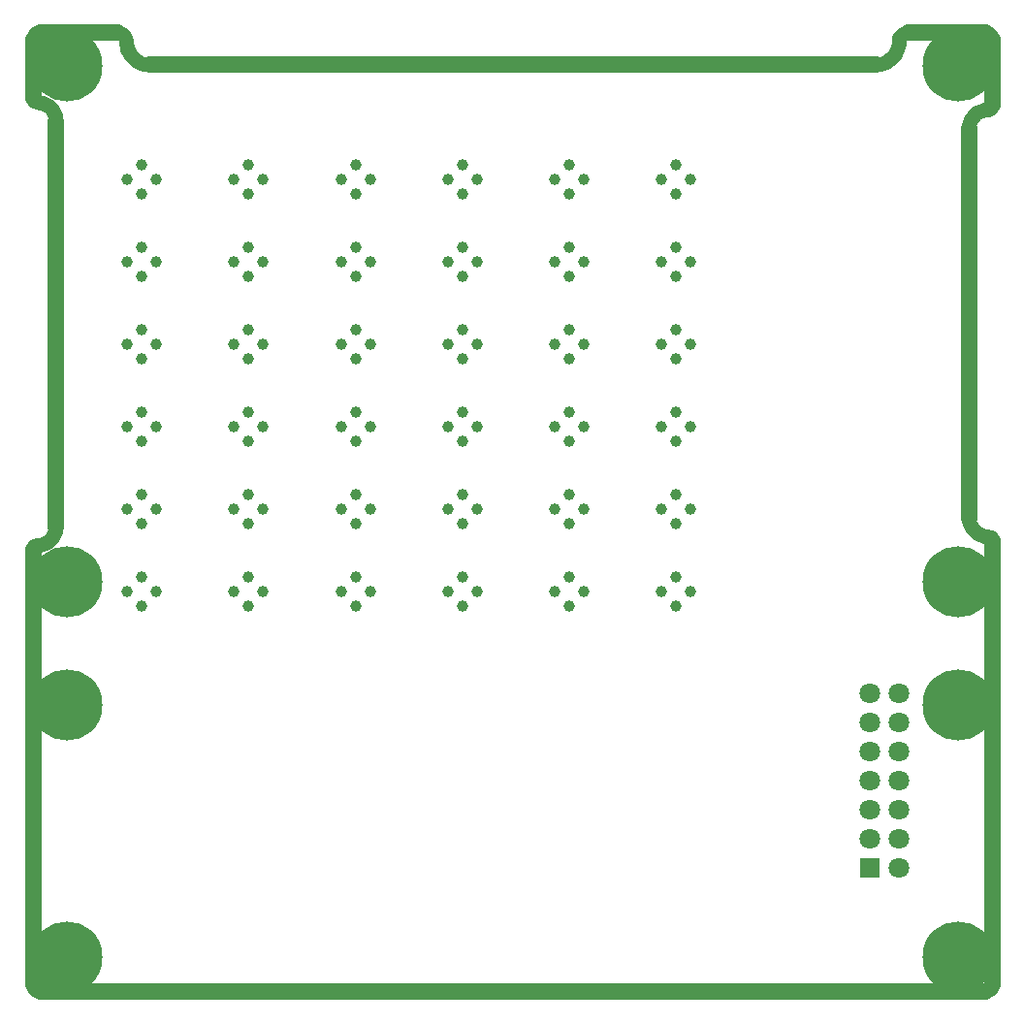
<source format=gbr>
G04*
G04 #@! TF.GenerationSoftware,Altium Limited,Altium Designer,24.1.2 (44)*
G04*
G04 Layer_Color=8388736*
%FSLAX44Y44*%
%MOMM*%
G71*
G04*
G04 #@! TF.SameCoordinates,AB4D1F7E-5540-450B-A896-BEEC34A0DDED*
G04*
G04*
G04 #@! TF.FilePolarity,Negative*
G04*
G01*
G75*
%ADD13C,1.2700*%
%ADD14C,1.4732*%
%ADD15C,1.0032*%
%ADD16C,0.6032*%
%ADD17C,1.4032*%
%ADD18C,6.2032*%
%ADD19C,1.8032*%
%ADD20R,1.8032X1.8032*%
D13*
X87650Y836000D02*
X87276Y838360D01*
X86193Y840490D01*
X84506Y842182D01*
X82378Y843271D01*
X80019Y843650D01*
X6350Y12000D02*
X7105Y9179D01*
X9168Y7111D01*
X11988Y6350D01*
X742000Y815650D02*
X744451Y815798D01*
X746867Y816240D01*
X749212Y816970D01*
X751451Y817978D01*
X753553Y819247D01*
X755487Y820761D01*
X757225Y822497D01*
X758740Y824429D01*
X760012Y826529D01*
X761022Y828768D01*
X761755Y831112D01*
X762199Y833527D01*
X762350Y835978D01*
X10000Y396080D02*
X7419Y395011D01*
X6350Y392430D01*
X87650Y835978D02*
X87801Y833527D01*
X88245Y831112D01*
X88978Y828768D01*
X89988Y826529D01*
X91260Y824429D01*
X92775Y822497D01*
X94513Y820761D01*
X96447Y819247D01*
X98549Y817978D01*
X100788Y816970D01*
X103133Y816240D01*
X105549Y815798D01*
X108000Y815650D01*
X840001Y776350D02*
X837457Y776151D01*
X834975Y775559D01*
X832615Y774587D01*
X830436Y773260D01*
X828489Y771611D01*
X826823Y769678D01*
X825477Y767510D01*
X824486Y765159D01*
X823872Y762682D01*
X823651Y760140D01*
X840012Y776350D02*
X842562Y777399D01*
X843650Y779933D01*
X10000Y396080D02*
X12558Y396281D01*
X15053Y396880D01*
X17423Y397862D01*
X19611Y399202D01*
X21561Y400869D01*
X23228Y402820D01*
X24568Y405007D01*
X25550Y407378D01*
X26149Y409872D01*
X26350Y412430D01*
X838000Y6350D02*
X840821Y7105D01*
X842889Y9168D01*
X843650Y11988D01*
X6350Y786130D02*
X7419Y783549D01*
X10000Y782480D01*
X843650Y400000D02*
X842581Y402581D01*
X840000Y403650D01*
X770000Y843650D02*
X767636Y843275D01*
X765504Y842189D01*
X763811Y840496D01*
X762725Y838364D01*
X762350Y836000D01*
X843650Y838000D02*
X842893Y840825D01*
X840825Y842893D01*
X838000Y843650D01*
X26350Y766130D02*
X26149Y768688D01*
X25550Y771182D01*
X24568Y773553D01*
X23228Y775740D01*
X21561Y777691D01*
X19611Y779358D01*
X17423Y780698D01*
X15053Y781680D01*
X12558Y782279D01*
X10000Y782480D01*
X12000Y843650D02*
X9175Y842893D01*
X7107Y840825D01*
X6350Y838000D01*
X823650Y420000D02*
X823851Y417442D01*
X824450Y414948D01*
X825432Y412577D01*
X826772Y410390D01*
X828439Y408439D01*
X830390Y406772D01*
X832577Y405432D01*
X834948Y404450D01*
X837442Y403851D01*
X840000Y403650D01*
D14*
X6350Y12025D02*
X6350Y392412D01*
X843650Y12000D02*
X843650Y400000D01*
X26350Y412430D02*
Y766130D01*
X823650Y420000D02*
Y760000D01*
X12000Y6350D02*
X837975Y6350D01*
X843650Y780001D02*
Y838000D01*
X770000Y843650D02*
X838000D01*
X6350Y786130D02*
Y838000D01*
X12018Y843650D02*
X80000Y843650D01*
X108000Y815650D02*
X742000D01*
D15*
X555400Y427000D02*
D03*
X568100Y439700D02*
D03*
Y414300D02*
D03*
X580800Y427000D02*
D03*
X555400Y355000D02*
D03*
X568100Y367700D02*
D03*
Y342300D02*
D03*
X580800Y355000D02*
D03*
X462060D02*
D03*
X474760Y367700D02*
D03*
Y342300D02*
D03*
X487460Y355000D02*
D03*
X368720Y427000D02*
D03*
X381420Y439700D02*
D03*
Y414300D02*
D03*
X394120Y427000D02*
D03*
X462060D02*
D03*
X474760Y439700D02*
D03*
Y414300D02*
D03*
X487460Y427000D02*
D03*
X368720Y355000D02*
D03*
X381420Y367700D02*
D03*
Y342300D02*
D03*
X394120Y355000D02*
D03*
X275380D02*
D03*
X288080Y367700D02*
D03*
Y342300D02*
D03*
X300780Y355000D02*
D03*
X275380Y427000D02*
D03*
X288080Y439700D02*
D03*
Y414300D02*
D03*
X300780Y427000D02*
D03*
X275380Y499000D02*
D03*
X288080Y511700D02*
D03*
Y486300D02*
D03*
X300780Y499000D02*
D03*
X368720D02*
D03*
X381420Y511700D02*
D03*
Y486300D02*
D03*
X394120Y499000D02*
D03*
X462060D02*
D03*
X474760Y511700D02*
D03*
Y486300D02*
D03*
X487460Y499000D02*
D03*
X555400D02*
D03*
X568100Y511700D02*
D03*
Y486300D02*
D03*
X580800Y499000D02*
D03*
X555400Y571000D02*
D03*
X568100Y583700D02*
D03*
Y558300D02*
D03*
X580800Y571000D02*
D03*
X462060D02*
D03*
X474760Y583700D02*
D03*
Y558300D02*
D03*
X487460Y571000D02*
D03*
X368720D02*
D03*
X381420Y583700D02*
D03*
Y558300D02*
D03*
X394120Y571000D02*
D03*
X275380D02*
D03*
X288080Y583700D02*
D03*
Y558300D02*
D03*
X300780Y571000D02*
D03*
X182040D02*
D03*
X194740Y583700D02*
D03*
Y558300D02*
D03*
X207440Y571000D02*
D03*
X182040Y499000D02*
D03*
X194740Y511700D02*
D03*
Y486300D02*
D03*
X207440Y499000D02*
D03*
X182040Y427000D02*
D03*
X194740Y439700D02*
D03*
Y414300D02*
D03*
X207440Y427000D02*
D03*
X182040Y355000D02*
D03*
X194740Y367700D02*
D03*
Y342300D02*
D03*
X207440Y355000D02*
D03*
X88700D02*
D03*
X101400Y367700D02*
D03*
Y342300D02*
D03*
X114100Y355000D02*
D03*
X88700Y427000D02*
D03*
X101400Y439700D02*
D03*
Y414300D02*
D03*
X114100Y427000D02*
D03*
X88700Y499000D02*
D03*
X101400Y511700D02*
D03*
Y486300D02*
D03*
X114100Y499000D02*
D03*
X88700Y571000D02*
D03*
X101400Y583700D02*
D03*
Y558300D02*
D03*
X114100Y571000D02*
D03*
X182040Y643000D02*
D03*
X194740Y655700D02*
D03*
Y630300D02*
D03*
X207440Y643000D02*
D03*
X275380D02*
D03*
X288080Y655700D02*
D03*
Y630300D02*
D03*
X300780Y643000D02*
D03*
X368720D02*
D03*
X381420Y655700D02*
D03*
Y630300D02*
D03*
X394120Y643000D02*
D03*
X462060D02*
D03*
X474760Y655700D02*
D03*
Y630300D02*
D03*
X487460Y643000D02*
D03*
X580800D02*
D03*
X568100Y630300D02*
D03*
Y655700D02*
D03*
X555400Y643000D02*
D03*
Y715000D02*
D03*
X568100Y727700D02*
D03*
Y702300D02*
D03*
X580800Y715000D02*
D03*
X462060D02*
D03*
X474760Y727700D02*
D03*
Y702300D02*
D03*
X487460Y715000D02*
D03*
X368720D02*
D03*
X381420Y727700D02*
D03*
Y702300D02*
D03*
X394120Y715000D02*
D03*
X275380D02*
D03*
X288080Y727700D02*
D03*
Y702300D02*
D03*
X300780Y715000D02*
D03*
X182040D02*
D03*
X194740Y727700D02*
D03*
Y702300D02*
D03*
X207440Y715000D02*
D03*
X88700D02*
D03*
X101400Y727700D02*
D03*
Y702300D02*
D03*
X114100Y715000D02*
D03*
X88700Y643000D02*
D03*
X101400Y655700D02*
D03*
Y630300D02*
D03*
X114100Y643000D02*
D03*
D16*
X837863Y843679D02*
D03*
X827863D02*
D03*
X817863D02*
D03*
X807863D02*
D03*
X797863D02*
D03*
X787863D02*
D03*
X777863D02*
D03*
X767868Y843357D02*
D03*
X762267Y835073D02*
D03*
X759363Y825504D02*
D03*
X752230Y818495D02*
D03*
X742627Y815704D02*
D03*
X732628Y815679D02*
D03*
X722628D02*
D03*
X712628D02*
D03*
X702628D02*
D03*
X692628D02*
D03*
X682628D02*
D03*
X672628D02*
D03*
X662628D02*
D03*
X652628D02*
D03*
X642628D02*
D03*
X632628D02*
D03*
X622628D02*
D03*
X612628D02*
D03*
X602628D02*
D03*
X592628D02*
D03*
X582628D02*
D03*
X572628D02*
D03*
X562628D02*
D03*
X552628D02*
D03*
X542628D02*
D03*
X532628D02*
D03*
X522628D02*
D03*
X512628D02*
D03*
X502628D02*
D03*
X492628D02*
D03*
X482628D02*
D03*
X472628D02*
D03*
X462628D02*
D03*
X452628D02*
D03*
X442628D02*
D03*
X432628D02*
D03*
X422628D02*
D03*
X412628D02*
D03*
X402628D02*
D03*
X392628D02*
D03*
X382628D02*
D03*
X372628D02*
D03*
X362628D02*
D03*
X352628D02*
D03*
X342628D02*
D03*
X332628D02*
D03*
X322628D02*
D03*
X312628D02*
D03*
X302628D02*
D03*
X292628D02*
D03*
X282628D02*
D03*
X272628D02*
D03*
X262628D02*
D03*
X252628D02*
D03*
X242628D02*
D03*
X232629D02*
D03*
X222629D02*
D03*
X212629D02*
D03*
X202629D02*
D03*
X192629D02*
D03*
X182629D02*
D03*
X172629D02*
D03*
X162629D02*
D03*
X152629D02*
D03*
X142629D02*
D03*
X132629D02*
D03*
X122629D02*
D03*
X112629D02*
D03*
X102659Y816448D02*
D03*
X93933Y821335D02*
D03*
X88693Y829852D02*
D03*
X86726Y839656D02*
D03*
X77571Y843679D02*
D03*
X67571D02*
D03*
X57571D02*
D03*
X47571D02*
D03*
X37571Y843679D02*
D03*
X27571D02*
D03*
X17571D02*
D03*
X7768Y841704D02*
D03*
X6321Y831809D02*
D03*
Y821809D02*
D03*
Y811810D02*
D03*
Y801810D02*
D03*
Y791810D02*
D03*
X10419Y782688D02*
D03*
X19766Y779132D02*
D03*
X25583Y770999D02*
D03*
X26321Y761026D02*
D03*
Y751026D02*
D03*
Y741026D02*
D03*
Y731026D02*
D03*
Y721026D02*
D03*
Y711026D02*
D03*
Y701026D02*
D03*
Y691026D02*
D03*
Y681026D02*
D03*
Y671026D02*
D03*
Y661026D02*
D03*
Y651026D02*
D03*
Y641026D02*
D03*
Y631026D02*
D03*
Y621026D02*
D03*
Y611026D02*
D03*
Y601026D02*
D03*
Y591026D02*
D03*
Y581026D02*
D03*
Y571026D02*
D03*
Y561026D02*
D03*
Y551026D02*
D03*
Y541026D02*
D03*
Y531026D02*
D03*
Y521026D02*
D03*
Y511026D02*
D03*
Y501026D02*
D03*
Y491026D02*
D03*
Y481026D02*
D03*
Y471026D02*
D03*
Y461026D02*
D03*
Y451026D02*
D03*
Y441026D02*
D03*
Y431026D02*
D03*
Y421026D02*
D03*
X26332Y411026D02*
D03*
X22373Y401844D02*
D03*
X13880Y396564D02*
D03*
X6321Y390017D02*
D03*
Y380017D02*
D03*
Y370017D02*
D03*
Y360017D02*
D03*
Y350017D02*
D03*
Y340018D02*
D03*
Y330018D02*
D03*
Y320018D02*
D03*
Y310018D02*
D03*
Y300018D02*
D03*
Y290018D02*
D03*
Y280018D02*
D03*
Y270018D02*
D03*
Y260018D02*
D03*
Y250018D02*
D03*
Y240018D02*
D03*
Y230018D02*
D03*
Y220018D02*
D03*
Y210018D02*
D03*
Y200018D02*
D03*
Y190018D02*
D03*
Y180018D02*
D03*
Y170018D02*
D03*
Y160018D02*
D03*
Y150018D02*
D03*
Y140018D02*
D03*
Y130018D02*
D03*
Y120018D02*
D03*
Y110018D02*
D03*
Y100018D02*
D03*
Y90018D02*
D03*
Y80018D02*
D03*
Y70018D02*
D03*
Y60018D02*
D03*
Y50018D02*
D03*
Y40018D02*
D03*
Y30018D02*
D03*
Y20018D02*
D03*
X6742Y10027D02*
D03*
X16030Y6321D02*
D03*
X26030D02*
D03*
X36030D02*
D03*
X46030D02*
D03*
X56030D02*
D03*
X66030D02*
D03*
X76030D02*
D03*
X86030D02*
D03*
X96030D02*
D03*
X106030D02*
D03*
X116030D02*
D03*
X126030D02*
D03*
X136030D02*
D03*
X146030D02*
D03*
X156030D02*
D03*
X166030D02*
D03*
X176029D02*
D03*
X186029D02*
D03*
X196029D02*
D03*
X206029D02*
D03*
X216029D02*
D03*
X226029D02*
D03*
X236029D02*
D03*
X246029D02*
D03*
X256029D02*
D03*
X266029D02*
D03*
X276029D02*
D03*
X286029D02*
D03*
X296029D02*
D03*
X306029D02*
D03*
X316029D02*
D03*
X326029D02*
D03*
X336029D02*
D03*
X346029D02*
D03*
X356029D02*
D03*
X366029D02*
D03*
X376029D02*
D03*
X386029D02*
D03*
X396029D02*
D03*
X406029D02*
D03*
X416029D02*
D03*
X426029D02*
D03*
X436029D02*
D03*
X446029D02*
D03*
X456029D02*
D03*
X466029D02*
D03*
X476029D02*
D03*
X486029D02*
D03*
X496029D02*
D03*
X506029D02*
D03*
X516029D02*
D03*
X526029D02*
D03*
X536029D02*
D03*
X546029D02*
D03*
X556029D02*
D03*
X566029D02*
D03*
X576029D02*
D03*
X586029D02*
D03*
X596029D02*
D03*
X606029D02*
D03*
X616029D02*
D03*
X626029D02*
D03*
X636029D02*
D03*
X646029D02*
D03*
X656029D02*
D03*
X666029D02*
D03*
X676029D02*
D03*
X686029D02*
D03*
X696029D02*
D03*
X706029D02*
D03*
X716029D02*
D03*
X726028D02*
D03*
X736028D02*
D03*
X746028D02*
D03*
X756028D02*
D03*
X766028D02*
D03*
X776028D02*
D03*
X786028D02*
D03*
X796028D02*
D03*
X806028D02*
D03*
X816028D02*
D03*
X826028D02*
D03*
X836028D02*
D03*
X843566Y12892D02*
D03*
X843679Y22891D02*
D03*
Y32891D02*
D03*
Y42891D02*
D03*
Y52891D02*
D03*
Y62891D02*
D03*
Y72891D02*
D03*
Y82891D02*
D03*
Y92891D02*
D03*
Y102891D02*
D03*
Y112891D02*
D03*
Y122891D02*
D03*
Y132891D02*
D03*
X843679Y142891D02*
D03*
Y152891D02*
D03*
Y162891D02*
D03*
Y172891D02*
D03*
Y182891D02*
D03*
Y192891D02*
D03*
Y202891D02*
D03*
Y212891D02*
D03*
Y222891D02*
D03*
Y232891D02*
D03*
Y242891D02*
D03*
Y252891D02*
D03*
Y262891D02*
D03*
X843679Y272891D02*
D03*
Y282891D02*
D03*
Y292891D02*
D03*
Y302891D02*
D03*
Y312890D02*
D03*
Y322891D02*
D03*
Y332891D02*
D03*
Y342891D02*
D03*
Y352891D02*
D03*
Y362890D02*
D03*
Y372890D02*
D03*
Y382890D02*
D03*
Y392890D02*
D03*
X842293Y402794D02*
D03*
X832651Y405444D02*
D03*
X825524Y412458D02*
D03*
X823679Y422287D02*
D03*
X823679Y432287D02*
D03*
X823679Y442287D02*
D03*
X823679Y452287D02*
D03*
X823679Y462287D02*
D03*
X823679Y472287D02*
D03*
X823679Y482287D02*
D03*
X823679Y492287D02*
D03*
X823679Y502287D02*
D03*
X823680Y512287D02*
D03*
X823680Y522287D02*
D03*
X823680Y532287D02*
D03*
X823680Y542286D02*
D03*
X823680Y552286D02*
D03*
X823680Y562286D02*
D03*
X823680Y572286D02*
D03*
X823680Y582286D02*
D03*
X823680Y592286D02*
D03*
X823680Y602286D02*
D03*
X823680Y612286D02*
D03*
X823680Y622286D02*
D03*
X823680Y632286D02*
D03*
X823680Y642286D02*
D03*
X823680Y652286D02*
D03*
X823680Y662286D02*
D03*
X823680Y672286D02*
D03*
X823680Y682286D02*
D03*
X823680Y692286D02*
D03*
X823680Y702286D02*
D03*
X823680Y712286D02*
D03*
X823680Y722286D02*
D03*
X823680Y732286D02*
D03*
X823680Y742286D02*
D03*
X823680Y752286D02*
D03*
X823901Y762284D02*
D03*
X828215Y771305D02*
D03*
X837038Y776011D02*
D03*
X843679Y783487D02*
D03*
Y793487D02*
D03*
Y803487D02*
D03*
Y813487D02*
D03*
Y823487D02*
D03*
Y833487D02*
D03*
D17*
X52165Y239835D02*
D03*
X19835D02*
D03*
Y272164D02*
D03*
X52165D02*
D03*
X58860Y256000D02*
D03*
X36000Y233140D02*
D03*
X13140Y256000D02*
D03*
X36000Y278860D02*
D03*
X52165Y19835D02*
D03*
X19835D02*
D03*
Y52165D02*
D03*
X52165D02*
D03*
X58860Y36000D02*
D03*
X36000Y13140D02*
D03*
X13140Y36000D02*
D03*
X36000Y58860D02*
D03*
X830164Y19835D02*
D03*
X797835D02*
D03*
Y52165D02*
D03*
X830164D02*
D03*
X836860Y36000D02*
D03*
X814000Y13140D02*
D03*
X791140Y36000D02*
D03*
X814000Y58860D02*
D03*
X830164Y239835D02*
D03*
X797835D02*
D03*
Y272164D02*
D03*
X830164D02*
D03*
X836860Y256000D02*
D03*
X814000Y233140D02*
D03*
X791140Y256000D02*
D03*
X814000Y278860D02*
D03*
X830164Y347836D02*
D03*
X797835D02*
D03*
Y380164D02*
D03*
X830164D02*
D03*
X836860Y364000D02*
D03*
X814000Y341140D02*
D03*
X791140Y364000D02*
D03*
X814000Y386860D02*
D03*
X830164Y797835D02*
D03*
X797835D02*
D03*
Y830164D02*
D03*
X830164D02*
D03*
X836860Y814000D02*
D03*
X814000Y791140D02*
D03*
X791140Y814000D02*
D03*
X814000Y836860D02*
D03*
X52165Y797835D02*
D03*
X19835D02*
D03*
Y830164D02*
D03*
X52165D02*
D03*
X58860Y814000D02*
D03*
X36000Y791140D02*
D03*
X13140Y814000D02*
D03*
X36000Y836860D02*
D03*
X52165Y347836D02*
D03*
X19835D02*
D03*
Y380164D02*
D03*
X52165D02*
D03*
X58860Y364000D02*
D03*
X36000Y341140D02*
D03*
X13140Y364000D02*
D03*
X36000Y386860D02*
D03*
D18*
Y256000D02*
D03*
Y36000D02*
D03*
X814000D02*
D03*
Y256000D02*
D03*
Y364000D02*
D03*
Y814000D02*
D03*
X36000D02*
D03*
Y364000D02*
D03*
D19*
X762700Y113800D02*
D03*
Y139200D02*
D03*
Y164600D02*
D03*
Y190000D02*
D03*
Y215400D02*
D03*
Y240800D02*
D03*
Y266200D02*
D03*
X737300Y139200D02*
D03*
Y164600D02*
D03*
Y190000D02*
D03*
Y215400D02*
D03*
Y240800D02*
D03*
Y266200D02*
D03*
D20*
Y113800D02*
D03*
M02*

</source>
